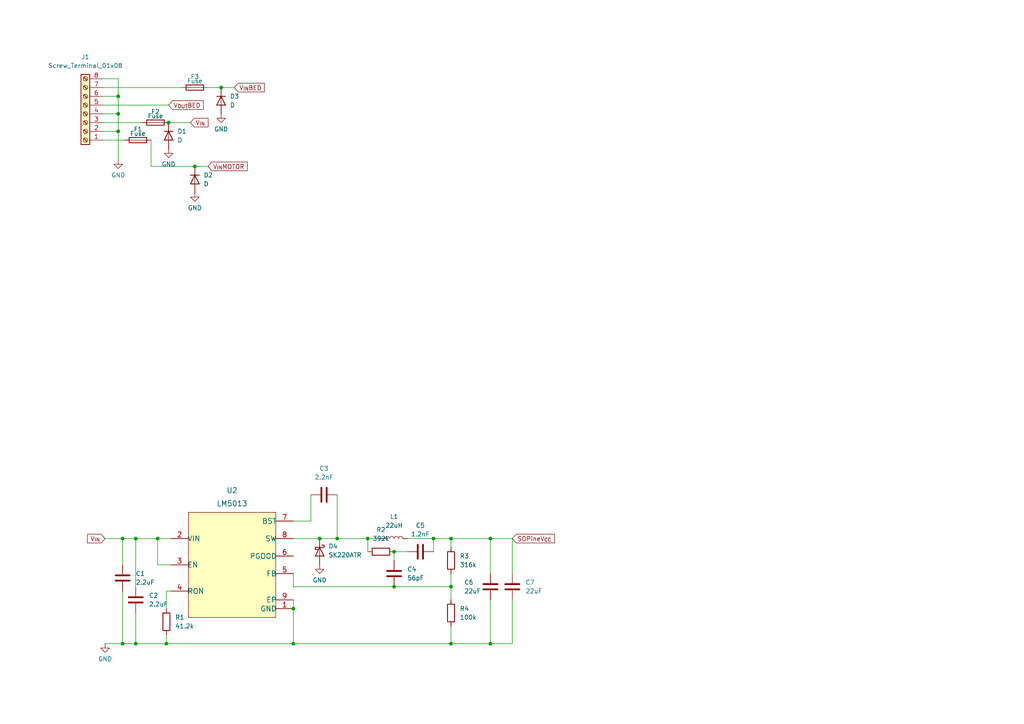
<source format=kicad_sch>
(kicad_sch (version 20211123) (generator eeschema)
  (paper "A4")
  (lib_symbols
    (symbol "Connector:Screw_Terminal_01x08" (pin_names (offset 1.016) hide)
      (property "Reference" "J" (at 0 10.16 0))
      (property "Value" "Screw_Terminal_01x08" (at 0 -12.7 0))
      (symbol "Screw_Terminal_01x08_1_1"
        (rectangle (start -1.27 8.89) (end 1.27 -11.43) (stroke (width 0.254)) (fill (type background)))
        (circle (center 0 -10.16) (radius 0.635) (stroke (width 0.1524)))
        (circle (center 0 -7.62) (radius 0.635) (stroke (width 0.1524)))
        (circle (center 0 -5.08) (radius 0.635) (stroke (width 0.1524)))
        (circle (center 0 -2.54) (radius 0.635) (stroke (width 0.1524)))
        (polyline (pts (xy -0.5334 -9.8298) (xy 0.3302 -10.668)) (stroke (width 0.1524)))
        (polyline (pts (xy -0.5334 -7.2898) (xy 0.3302 -8.128)) (stroke (width 0.1524)))
        (polyline (pts (xy -0.5334 -4.7498) (xy 0.3302 -5.588)) (stroke (width 0.1524)))
        (polyline (pts (xy -0.5334 -2.2098) (xy 0.3302 -3.048)) (stroke (width 0.1524)))
        (polyline (pts (xy -0.5334 0.3302) (xy 0.3302 -0.508)) (stroke (width 0.1524)))
        (polyline (pts (xy -0.5334 2.8702) (xy 0.3302 2.032)) (stroke (width 0.1524)))
        (polyline (pts (xy -0.5334 5.4102) (xy 0.3302 4.572)) (stroke (width 0.1524)))
        (polyline (pts (xy -0.5334 7.9502) (xy 0.3302 7.112)) (stroke (width 0.1524)))
        (polyline (pts (xy -0.3556 -9.652) (xy 0.508 -10.4902)) (stroke (width 0.1524)))
        (polyline (pts (xy -0.3556 -7.112) (xy 0.508 -7.9502)) (stroke (width 0.1524)))
        (polyline (pts (xy -0.3556 -4.572) (xy 0.508 -5.4102)) (stroke (width 0.1524)))
        (polyline (pts (xy -0.3556 -2.032) (xy 0.508 -2.8702)) (stroke (width 0.1524)))
        (polyline (pts (xy -0.3556 0.508) (xy 0.508 -0.3302)) (stroke (width 0.1524)))
        (polyline (pts (xy -0.3556 3.048) (xy 0.508 2.2098)) (stroke (width 0.1524)))
        (polyline (pts (xy -0.3556 5.588) (xy 0.508 4.7498)) (stroke (width 0.1524)))
        (polyline (pts (xy -0.3556 8.128) (xy 0.508 7.2898)) (stroke (width 0.1524)))
        (circle (center 0 0) (radius 0.635) (stroke (width 0.1524)))
        (circle (center 0 2.54) (radius 0.635) (stroke (width 0.1524)))
        (circle (center 0 5.08) (radius 0.635) (stroke (width 0.1524)))
        (circle (center 0 7.62) (radius 0.635) (stroke (width 0.1524)))
        (pin passive line (at -5.08 7.62 0) (length 3.81) (name "Pin_1") (number "1"))
        (pin passive line (at -5.08 5.08 0) (length 3.81) (name "Pin_2") (number "2"))
        (pin passive line (at -5.08 2.54 0) (length 3.81) (name "Pin_3") (number "3"))
        (pin passive line (at -5.08 0 0) (length 3.81) (name "Pin_4") (number "4"))
        (pin passive line (at -5.08 -2.54 0) (length 3.81) (name "Pin_5") (number "5"))
        (pin passive line (at -5.08 -5.08 0) (length 3.81) (name "Pin_6") (number "6"))
        (pin passive line (at -5.08 -7.62 0) (length 3.81) (name "Pin_7") (number "7"))
        (pin passive line (at -5.08 -10.16 0) (length 3.81) (name "Pin_8") (number "8"))
      )
    )
    (symbol "Device:C" (pin_numbers hide) (pin_names (offset 0.254))
      (property "Reference" "C" (at 0.635 2.54 0))
      (property "Value" "C" (at 0.635 -2.54 0))
      (symbol "C_0_1"
        (polyline (pts (xy -2.032 -0.762) (xy 2.032 -0.762)) (stroke (width 0.508)))
        (polyline (pts (xy -2.032 0.762) (xy 2.032 0.762)) (stroke (width 0.508)))
      )
      (symbol "C_1_1"
        (pin passive line (at 0 3.81 270) (length 2.794) (name "~") (number "1"))
        (pin passive line (at 0 -3.81 90) (length 2.794) (name "~") (number "2"))
      )
    )
    (symbol "Device:D" (pin_numbers hide) (pin_names (offset 1.016) hide)
      (property "Reference" "D" (at 0 2.54 0))
      (property "Value" "D" (at 0 -2.54 0))
      (symbol "D_0_1"
        (polyline (pts (xy -1.27 1.27) (xy -1.27 -1.27)) (stroke (width 0.254)))
        (polyline (pts (xy 1.27 0) (xy -1.27 0)))
        (polyline (pts (xy 1.27 1.27) (xy 1.27 -1.27) (xy -1.27 0) (xy 1.27 1.27)) (stroke (width 0.254)))
      )
      (symbol "D_1_1"
        (pin passive line (at -3.81 0 0) (length 2.54) (name "K") (number "1"))
        (pin passive line (at 3.81 0 180) (length 2.54) (name "A") (number "2"))
      )
    )
    (symbol "Device:Fuse" (pin_numbers hide) (pin_names (offset 0))
      (property "Reference" "F" (at 2.032 0 90))
      (property "Value" "Fuse" (at -1.905 0 90))
      (symbol "Fuse_0_1"
        (rectangle (start -0.762 -2.54) (end 0.762 2.54) (stroke (width 0.254)))
        (polyline (pts (xy 0 2.54) (xy 0 -2.54)))
      )
      (symbol "Fuse_1_1"
        (pin passive line (at 0 3.81 270) (length 1.27) (name "~") (number "1"))
        (pin passive line (at 0 -3.81 90) (length 1.27) (name "~") (number "2"))
      )
    )
    (symbol "Device:L" (pin_numbers hide) (pin_names (offset 1.016) hide)
      (property "Reference" "L" (at -1.27 0 90))
      (property "Value" "L" (at 1.905 0 90))
      (symbol "L_0_1"
        (arc (start 0 -2.54) (mid 0.635 -1.905) (end 0 -1.27))
        (arc (start 0 -1.27) (mid 0.635 -0.635) (end 0 0))
        (arc (start 0 0) (mid 0.635 0.635) (end 0 1.27))
        (arc (start 0 1.27) (mid 0.635 1.905) (end 0 2.54))
      )
      (symbol "L_1_1"
        (pin passive line (at 0 3.81 270) (length 1.27) (name "1") (number "1"))
        (pin passive line (at 0 -3.81 90) (length 1.27) (name "2") (number "2"))
      )
    )
    (symbol "Device:R" (pin_numbers hide) (pin_names (offset 0))
      (property "Reference" "R" (at 2.032 0 90))
      (property "Value" "R" (at 0 0 90))
      (symbol "R_0_1"
        (rectangle (start -1.016 -2.54) (end 1.016 2.54) (stroke (width 0.254)))
      )
      (symbol "R_1_1"
        (pin passive line (at 0 3.81 270) (length 1.27) (name "~") (number "1"))
        (pin passive line (at 0 -3.81 90) (length 1.27) (name "~") (number "2"))
      )
    )
    (symbol "Diode:CDBA3100-HF" (pin_numbers hide) (pin_names hide)
      (property "Reference" "D" (at 0 2.54 0))
      (property "Value" "CDBA3100-HF" (at 0 -2.54 0))
      (symbol "CDBA3100-HF_0_1"
        (polyline (pts (xy 1.27 0) (xy -1.27 0)))
        (polyline (pts (xy 1.27 1.27) (xy 1.27 -1.27) (xy -1.27 0) (xy 1.27 1.27)) (stroke (width 0.254)))
        (polyline (pts (xy -1.905 0.635) (xy -1.905 1.27) (xy -1.27 1.27) (xy -1.27 -1.27) (xy -0.635 -1.27) (xy -0.635 -0.635)) (stroke (width 0.254)))
      )
      (symbol "CDBA3100-HF_1_1"
        (pin passive line (at -3.81 0 0) (length 2.54) (name "K") (number "1"))
        (pin passive line (at 3.81 0 180) (length 2.54) (name "A") (number "2"))
      )
    )
    (symbol "lm5013:LM5013" (pin_names (offset -0.254))
      (property "Reference" "U" (at 0 2.54 0))
      (property "Value" "LM5013" (at 0 -2.54 0))
      (symbol "LM5013_1_1"
        (rectangle (start -12.7 15.24) (end 12.7 -15.24) (fill (type background)))
        (pin power_in line (at 17.78 -12.7 180) (length 5.08) (name "GND") (number "1"))
        (pin power_in line (at -17.78 7.62 0) (length 5.08) (name "VIN") (number "2"))
        (pin input line (at -17.78 0 0) (length 5.08) (name "EN") (number "3"))
        (pin input line (at -17.78 -7.62 0) (length 5.08) (name "RON") (number "4"))
        (pin input line (at 17.78 -2.54 180) (length 5.08) (name "FB") (number "5"))
        (pin output line (at 17.78 2.54 180) (length 5.08) (name "PGOOD") (number "6"))
        (pin power_in line (at 17.78 12.7 180) (length 5.08) (name "BST") (number "7"))
        (pin power_in line (at 17.78 7.62 180) (length 5.08) (name "SW") (number "8"))
        (pin passive line (at 17.78 -10.16 180) (length 5.08) (name "EP") (number "9"))
      )
    )
    (symbol "power:GND" (power) (pin_names (offset 0))
      (property "Value" "GND" (at 0 -3.81 0))
      (symbol "GND_0_1"
        (polyline (pts (xy 0 0) (xy 0 -1.27) (xy 1.27 -1.27) (xy 0 -2.54) (xy -1.27 -1.27) (xy 0 -1.27)))
      )
      (symbol "GND_1_1"
        (pin power_in line (at 0 0 270) (length 0) hide (name "GND") (number "1"))
      )
    )
  )
  (junction (at 35.56 156.21))
  (junction (at 39.37 186.69))
  (junction (at 130.81 156.21))
  (junction (at 34.29 27.94))
  (junction (at 130.81 170.18))
  (junction (at 39.37 156.21))
  (junction (at 85.09 176.53))
  (junction (at 64.135 25.4))
  (junction (at 106.68 156.21))
  (junction (at 125.73 156.21))
  (junction (at 85.09 186.69))
  (junction (at 34.29 33.02))
  (junction (at 34.29 38.1))
  (junction (at 56.515 48.26))
  (junction (at 142.24 186.69))
  (junction (at 48.895 35.56))
  (junction (at 35.56 186.69))
  (junction (at 130.81 186.69))
  (junction (at 48.26 186.69))
  (junction (at 92.71 156.21))
  (junction (at 45.72 156.21))
  (junction (at 97.79 156.21))
  (junction (at 114.3 160.02))
  (junction (at 114.3 170.18))
  (junction (at 142.24 156.21))
  (wire (pts (xy 29.845 22.86) (xy 34.29 22.86)))
  (wire (pts (xy 39.37 186.69) (xy 48.26 186.69)))
  (wire (pts (xy 85.09 176.53) (xy 85.09 186.69)))
  (wire (pts (xy 35.56 186.69) (xy 39.37 186.69)))
  (wire (pts (xy 106.68 156.21) (xy 106.68 160.02)))
  (wire (pts (xy 85.09 173.99) (xy 85.09 176.53)))
  (wire (pts (xy 35.56 156.21) (xy 35.56 163.83)))
  (wire (pts (xy 97.79 156.21) (xy 106.68 156.21)))
  (wire (pts (xy 85.09 186.69) (xy 48.26 186.69)))
  (wire (pts (xy 142.24 186.69) (xy 148.59 186.69)))
  (wire (pts (xy 34.29 38.1) (xy 34.29 46.355)))
  (wire (pts (xy 29.845 38.1) (xy 34.29 38.1)))
  (wire (pts (xy 29.845 33.02) (xy 34.29 33.02)))
  (wire (pts (xy 34.29 33.02) (xy 34.29 38.1)))
  (wire (pts (xy 114.3 160.02) (xy 114.3 162.56)))
  (wire (pts (xy 85.09 170.18) (xy 114.3 170.18)))
  (wire (pts (xy 106.68 156.21) (xy 110.49 156.21)))
  (wire (pts (xy 130.81 156.21) (xy 130.81 158.75)))
  (wire (pts (xy 39.37 156.21) (xy 39.37 170.18)))
  (wire (pts (xy 64.135 25.4) (xy 67.945 25.4)))
  (wire (pts (xy 34.29 27.94) (xy 34.29 33.02)))
  (wire (pts (xy 43.815 40.64) (xy 43.815 48.26)))
  (wire (pts (xy 49.53 171.45) (xy 48.26 171.45)))
  (wire (pts (xy 148.59 156.21) (xy 148.59 166.37)))
  (wire (pts (xy 29.845 35.56) (xy 41.275 35.56)))
  (wire (pts (xy 30.48 156.21) (xy 35.56 156.21)))
  (wire (pts (xy 56.515 48.26) (xy 60.325 48.26)))
  (wire (pts (xy 29.845 27.94) (xy 34.29 27.94)))
  (wire (pts (xy 130.81 166.37) (xy 130.81 170.18)))
  (wire (pts (xy 39.37 156.21) (xy 45.72 156.21)))
  (wire (pts (xy 130.81 186.69) (xy 85.09 186.69)))
  (wire (pts (xy 29.845 30.48) (xy 48.895 30.48)))
  (wire (pts (xy 35.56 156.21) (xy 39.37 156.21)))
  (wire (pts (xy 43.815 48.26) (xy 56.515 48.26)))
  (wire (pts (xy 125.73 156.21) (xy 125.73 160.02)))
  (wire (pts (xy 34.29 22.86) (xy 34.29 27.94)))
  (wire (pts (xy 60.325 25.4) (xy 64.135 25.4)))
  (wire (pts (xy 90.17 151.13) (xy 90.17 143.51)))
  (wire (pts (xy 114.3 170.18) (xy 130.81 170.18)))
  (wire (pts (xy 142.24 156.21) (xy 148.59 156.21)))
  (wire (pts (xy 85.09 151.13) (xy 90.17 151.13)))
  (wire (pts (xy 97.79 143.51) (xy 97.79 156.21)))
  (wire (pts (xy 30.48 186.69) (xy 35.56 186.69)))
  (wire (pts (xy 118.11 156.21) (xy 125.73 156.21)))
  (wire (pts (xy 142.24 173.99) (xy 142.24 186.69)))
  (wire (pts (xy 130.81 181.61) (xy 130.81 186.69)))
  (wire (pts (xy 125.73 156.21) (xy 130.81 156.21)))
  (wire (pts (xy 48.895 35.56) (xy 55.245 35.56)))
  (wire (pts (xy 114.3 160.02) (xy 118.11 160.02)))
  (wire (pts (xy 39.37 177.8) (xy 39.37 186.69)))
  (wire (pts (xy 29.845 40.64) (xy 36.195 40.64)))
  (wire (pts (xy 35.56 171.45) (xy 35.56 186.69)))
  (wire (pts (xy 130.81 170.18) (xy 130.81 173.99)))
  (wire (pts (xy 92.71 156.21) (xy 97.79 156.21)))
  (wire (pts (xy 45.72 163.83) (xy 45.72 156.21)))
  (wire (pts (xy 85.09 166.37) (xy 85.09 170.18)))
  (wire (pts (xy 92.71 156.21) (xy 85.09 156.21)))
  (wire (pts (xy 48.26 171.45) (xy 48.26 176.53)))
  (wire (pts (xy 29.845 25.4) (xy 52.705 25.4)))
  (wire (pts (xy 142.24 156.21) (xy 142.24 166.37)))
  (wire (pts (xy 130.81 186.69) (xy 142.24 186.69)))
  (wire (pts (xy 130.81 156.21) (xy 142.24 156.21)))
  (wire (pts (xy 148.59 173.99) (xy 148.59 186.69)))
  (wire (pts (xy 45.72 156.21) (xy 49.53 156.21)))
  (wire (pts (xy 49.53 163.83) (xy 45.72 163.83)))
  (wire (pts (xy 48.26 184.15) (xy 48.26 186.69)))
  (global_label "V_{OUT}BED" (shape input) (at 48.895 30.48 0) (property "Intersheet References" "${INTERSHEET_REFS}" (effects hide)))
  (global_label "V_{IN}MOTOR" (shape input) (at 60.325 48.26 0) (property "Intersheet References" "${INTERSHEET_REFS}" (effects hide)))
  (global_label "V_{IN}" (shape input) (at 30.48 156.21 180) (property "Intersheet References" "${INTERSHEET_REFS}" (effects hide)))
  (global_label "V_{IN}" (shape input) (at 55.245 35.56 0) (property "Intersheet References" "${INTERSHEET_REFS}" (effects hide)))
  (global_label "SOPineV_{CC}" (shape input) (at 148.59 156.21 0) (property "Intersheet References" "${INTERSHEET_REFS}" (effects hide)))
  (global_label "V_{IN}BED" (shape input) (at 67.945 25.4 0) (property "Intersheet References" "${INTERSHEET_REFS}" (effects hide)))
  (symbol (lib_id "power:GND") (at 92.71 163.83 0) (unit 1)
    (property "Reference" "#PWR06" (effects hide))
    (property "Value" "GND" (at 92.71 168.275 0))
  )
  (symbol (lib_id "Device:C") (at 93.98 143.51 90) (unit 1)
    (property "Reference" "C3" (at 93.98 135.89 90))
    (property "Value" "2.2nF" (at 93.98 138.43 90))
    (property "Footprint" "Capacitor_SMD:C_0402_1005Metric" (effects hide))
    (property "Datasheet" "https://product.tdk.com/en/search/capacitor/ceramic/mlcc/info?part_no=CGA2B2X7R1H222K050BA" (effects hide))
    (property "Part" "CGA2B2X7R1H222K050BA" (effects hide))
  )
  (symbol (lib_id "Device:Fuse") (at 40.005 40.64 90) (unit 1)
    (property "Reference" "F1" (at 40.005 37.465 90))
    (property "Value" "Fuse" (at 40.005 38.735 90))
    (property "Footprint" "Fuse:Fuseholder_Blade_Mini_Keystone_3568" (effects hide))
  )
  (symbol (lib_id "Device:R") (at 110.49 160.02 90) (unit 1)
    (property "Reference" "R2" (at 110.49 153.67 90))
    (property "Value" "392k" (at 110.49 156.21 90))
    (property "Footprint" "Resistor_SMD:R_0603_1608Metric" (effects hide))
    (property "Datasheet" "http://www.vishay.com/docs/20035/dcrcwe3.pdf" (effects hide))
    (property "Part" "CRCW0603392KFKEA" (effects hide))
  )
  (symbol (lib_id "Device:C") (at 142.24 170.18 0) (mirror y) (unit 1)
    (property "Reference" "C6" (at 134.62 168.91 0) (effects (justify right)))
    (property "Value" "22uF" (at 134.62 171.45 0) (effects (justify right)))
    (property "Footprint" "Capacitor_SMD:C_0603_1608Metric" (effects hide))
    (property "Datasheet" "https://product.tdk.com/en/search/capacitor/ceramic/mlcc/info?part_no=C1608X5R1A226M080AC" (effects hide))
    (property "Part" "C1608X5R1A226M080AC" (effects hide))
  )
  (symbol (lib_id "Diode:CDBA3100-HF") (at 92.71 160.02 270) (unit 1)
    (property "Reference" "D4" (at 95.25 158.4324 90) (effects (justify left)))
    (property "Value" "SK220ATR" (at 95.25 160.9724 90) (effects (justify left)))
    (property "Footprint" "Diode_SMD:D_SMA" (effects hide))
    (property "Datasheet" "https://www.smc-diodes.com/propdf/SK220A%20N0942%20REV.A.pdf" (effects hide))
  )
  (symbol (lib_id "Device:D") (at 48.895 39.37 270) (unit 1)
    (property "Reference" "D1" (at 51.435 38.0999 90) (effects (justify left)))
    (property "Value" "D" (at 51.435 40.6399 90) (effects (justify left)))
    (property "Footprint" "Diode_SMD:D_SMA" (effects hide))
  )
  (symbol (lib_id "Device:R") (at 48.26 180.34 180) (unit 1)
    (property "Reference" "R1" (at 50.8 179.0699 0) (effects (justify right)))
    (property "Value" "41.2k" (at 50.8 181.6099 0) (effects (justify right)))
    (property "Footprint" "Resistor_SMD:R_0402_1005Metric" (effects hide))
    (property "Datasheet" "https://www.vishay.com/docs/20035/dcrcwe3.pdf" (effects hide))
    (property "Part" "CRCW040241K2FKED" (effects hide))
  )
  (symbol (lib_id "lm5013:LM5013") (at 67.31 163.83 0) (unit 1)
    (property "Reference" "U2" (at 67.31 142.24 0) (effects (font (size 1.524 1.524))))
    (property "Value" "LM5013" (at 67.31 146.05 0) (effects (font (size 1.524 1.524))))
    (property "Footprint" "DDA0008E_N" (effects hide))
  )
  (symbol (lib_id "Device:C") (at 39.37 173.99 0) (unit 1)
    (property "Reference" "C2" (at 43.18 172.7199 0) (effects (justify left)))
    (property "Value" "2.2uF" (at 43.18 175.2599 0) (effects (justify left)))
    (property "Footprint" "Capacitor_SMD:C_1210_3225Metric" (effects hide))
    (property "Datasheet" "https://product.tdk.com/en/system/files?file=dam/doc/product/capacitor/ceramic/mlcc/catalog/mlcc_commercial_midvoltage_en.pdf" (effects hide))
    (property "Part" "C3225X7R2A225K230AB" (effects hide))
  )
  (symbol (lib_id "Device:C") (at 148.59 170.18 0) (unit 1)
    (property "Reference" "C7" (at 152.4 168.9099 0) (effects (justify left)))
    (property "Value" "22uF" (at 152.4 171.4499 0) (effects (justify left)))
    (property "Footprint" "Capacitor_SMD:C_0603_1608Metric" (effects hide))
    (property "Datasheet" "https://product.tdk.com/en/search/capacitor/ceramic/mlcc/info?part_no=C1608X5R1A226M080AC" (effects hide))
    (property "Part" "C1608X5R1A226M080AC" (effects hide))
  )
  (symbol (lib_id "Device:C") (at 114.3 166.37 0) (unit 1)
    (property "Reference" "C4" (at 118.11 165.0999 0) (effects (justify left)))
    (property "Value" "56pF" (at 118.11 167.6399 0) (effects (justify left)))
    (property "Footprint" "Capacitor_SMD:C_0805_2012Metric" (effects hide))
    (property "Datasheet" "https://www.yageo.com/documents/recent/UPY-GP_NP0_16V-to-50V_10.pdf" (effects hide))
    (property "Part" "CC0805JRNPO9BN560" (effects hide))
  )
  (symbol (lib_id "Device:R") (at 130.81 177.8 0) (unit 1)
    (property "Reference" "R4" (at 133.35 176.5299 0) (effects (justify left)))
    (property "Value" "100k" (at 133.35 179.0699 0) (effects (justify left)))
    (property "Footprint" "Resistor_SMD:R_0603_1608Metric" (effects hide))
    (property "Datasheet" "http://www.yageo.com/documents/recent/PYu%2DRC0603%5F51%5FRoHS%5FL%5F7.pdf" (effects hide))
    (property "Part" "RC0603FR-07100KL" (effects hide))
  )
  (symbol (lib_id "Device:L") (at 114.3 156.21 90) (unit 1)
    (property "Reference" "L1" (at 114.3 149.86 90))
    (property "Value" "22uH" (at 114.3 152.4 90))
    (property "Datasheet" "http://www.coilcraft.com/pdfs/ser1390.pdf" (effects hide))
    (property "Part" "SER1390-223MLB" (effects hide))
  )
  (symbol (lib_id "Device:D") (at 64.135 29.21 270) (unit 1)
    (property "Reference" "D3" (at 66.675 27.9399 90) (effects (justify left)))
    (property "Value" "D" (at 66.675 30.4799 90) (effects (justify left)))
    (property "Footprint" "Diode_SMD:D_SMA" (effects hide))
  )
  (symbol (lib_id "Device:C") (at 35.56 167.64 0) (unit 1)
    (property "Reference" "C1" (at 39.37 166.3699 0) (effects (justify left)))
    (property "Value" "2.2uF" (at 39.37 168.9099 0) (effects (justify left)))
    (property "Footprint" "Capacitor_SMD:C_1210_3225Metric" (effects hide))
    (property "Datasheet" "https://product.tdk.com/en/system/files?file=dam/doc/product/capacitor/ceramic/mlcc/catalog/mlcc_commercial_midvoltage_en.pdf" (effects hide))
    (property "Part" "C3225X7R2A225K230AB" (effects hide))
  )
  (symbol (lib_id "Device:Fuse") (at 56.515 25.4 270) (unit 1)
    (property "Reference" "F3" (at 56.515 22.225 90))
    (property "Value" "Fuse" (at 56.515 23.495 90))
    (property "Footprint" "Fuse:Fuseholder_Blade_Mini_Keystone_3568" (effects hide))
  )
  (symbol (lib_id "Connector:Screw_Terminal_01x08") (at 24.765 33.02 180) (unit 1)
    (property "Reference" "J1" (at 24.765 16.51 0))
    (property "Value" "Screw_Terminal_01x08" (at 24.765 19.05 0))
    (property "Footprint" "3dpboard:OSTYK33108030" (effects hide))
    (property "Part" "OSTYK33108030" (effects hide))
  )
  (symbol (lib_id "Device:C") (at 121.92 160.02 90) (unit 1)
    (property "Reference" "C5" (at 121.92 152.4 90))
    (property "Value" "1.2nF" (at 121.92 154.94 90))
    (property "Footprint" "Capacitor_SMD:C_0402_1005Metric" (effects hide))
    (property "Part" "GRM155R71H122KA01D" (effects hide))
  )
  (symbol (lib_id "power:GND") (at 56.515 55.88 0) (unit 1)
    (property "Reference" "#PWR04" (effects hide))
    (property "Value" "GND" (at 56.515 60.325 0))
  )
  (symbol (lib_id "Device:D") (at 56.515 52.07 270) (unit 1)
    (property "Reference" "D2" (at 59.055 50.7999 90) (effects (justify left)))
    (property "Value" "D" (at 59.055 53.3399 90) (effects (justify left)))
    (property "Footprint" "Diode_SMD:D_SMA" (effects hide))
  )
  (symbol (lib_id "Device:R") (at 130.81 162.56 180) (unit 1)
    (property "Reference" "R3" (at 133.35 161.2899 0) (effects (justify right)))
    (property "Value" "316k" (at 133.35 163.8299 0) (effects (justify right)))
    (property "Footprint" "Resistor_SMD:R_0603_1608Metric" (effects hide))
    (property "Datasheet" "http://www.yageo.com/documents/recent/PYu%2DRC0603%5F51%5FRoHS%5FL%5F7.pdf" (effects hide))
    (property "Part" "RC0603FR-07316KL" (effects hide))
  )
  (symbol (lib_id "power:GND") (at 48.895 43.18 0) (unit 1)
    (property "Reference" "#PWR03" (effects hide))
    (property "Value" "GND" (at 48.895 47.625 0))
  )
  (symbol (lib_id "power:GND") (at 34.29 46.355 0) (unit 1)
    (property "Reference" "#PWR02" (effects hide))
    (property "Value" "GND" (at 34.29 50.8 0))
  )
  (symbol (lib_id "power:GND") (at 30.48 186.69 0) (unit 1)
    (property "Reference" "#PWR01" (effects hide))
    (property "Value" "GND" (at 30.48 191.135 0))
  )
  (symbol (lib_id "Device:Fuse") (at 45.085 35.56 270) (unit 1)
    (property "Reference" "F2" (at 45.085 32.385 90))
    (property "Value" "Fuse" (at 45.085 33.655 90))
    (property "Footprint" "Fuse:Fuseholder_Blade_Mini_Keystone_3568" (effects hide))
  )
  (symbol (lib_id "power:GND") (at 64.135 33.02 0) (unit 1)
    (property "Reference" "#PWR05" (effects hide))
    (property "Value" "GND" (at 64.135 37.465 0))
  )
)
</source>
